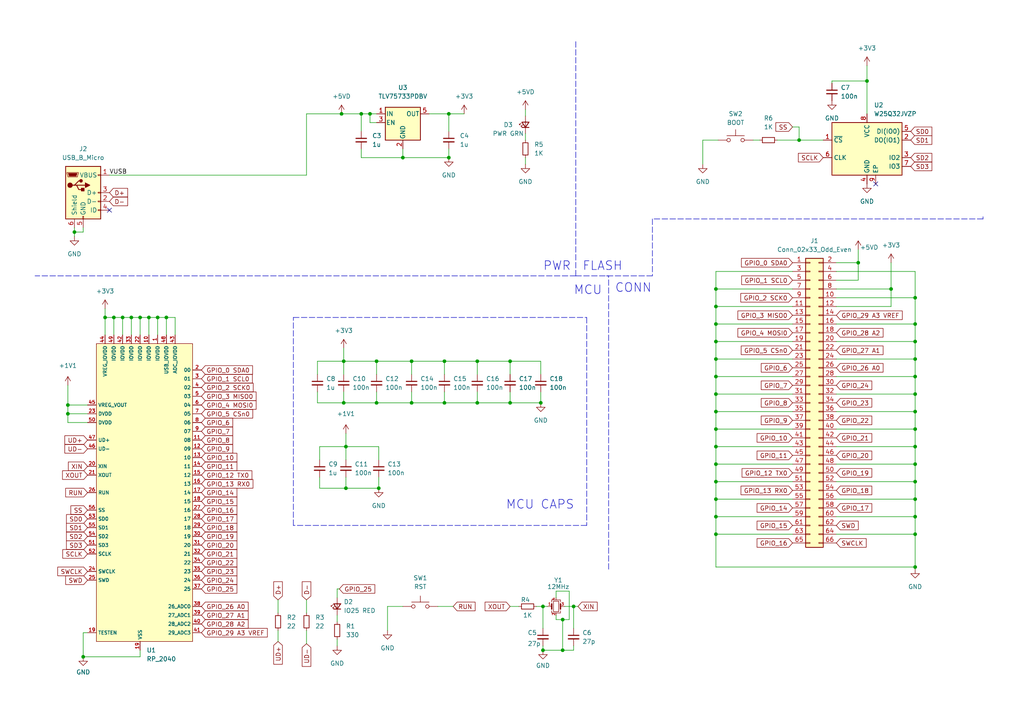
<source format=kicad_sch>
(kicad_sch (version 20211123) (generator eeschema)
  (paper "A4")
  (title_block (title "RP 2040 EXPERIENCE") (date "2022-06-24") (rev "0.1") (company "Emin Yaren"))
  (lib_symbols
    (symbol "Connector:USB_B_Micro" (pin_names (offset 1.016))
      (property "Reference" "J" (at -5.08 11.43 0))
      (property "Value" "USB_B_Micro" (at -5.08 8.89 0))
      (symbol "USB_B_Micro_1_1"
        (pin power_out line (at 7.62 5.08 180) (length 2.54) (name "VBUS") (number "1"))
        (pin bidirectional line (at 7.62 -2.54 180) (length 2.54) (name "D-") (number "2"))
        (pin bidirectional line (at 7.62 0 180) (length 2.54) (name "D+") (number "3"))
        (pin passive line (at 7.62 -5.08 180) (length 2.54) (name "ID") (number "4"))
        (pin power_out line (at 0 -10.16 90) (length 2.54) (name "GND") (number "5"))
        (pin passive line (at -2.54 -10.16 90) (length 2.54) (name "Shield") (number "6"))
      )
    )
    (symbol "Connector_Generic:Conn_02x33_Odd_Even" (pin_names (offset 1.016) hide)
      (property "Reference" "J" (at 1.27 43.18 0))
      (property "Value" "Conn_02x33_Odd_Even" (at 1.27 -43.18 0))
      (symbol "Conn_02x33_Odd_Even_1_1"
        (pin passive line (at -5.08 40.64 0) (length 3.81) (name "Pin_1") (number "1"))
        (pin passive line (at 7.62 30.48 180) (length 3.81) (name "Pin_10") (number "10"))
        (pin passive line (at -5.08 27.94 0) (length 3.81) (name "Pin_11") (number "11"))
        (pin passive line (at 7.62 27.94 180) (length 3.81) (name "Pin_12") (number "12"))
        (pin passive line (at -5.08 25.4 0) (length 3.81) (name "Pin_13") (number "13"))
        (pin passive line (at 7.62 25.4 180) (length 3.81) (name "Pin_14") (number "14"))
        (pin passive line (at -5.08 22.86 0) (length 3.81) (name "Pin_15") (number "15"))
        (pin passive line (at 7.62 22.86 180) (length 3.81) (name "Pin_16") (number "16"))
        (pin passive line (at -5.08 20.32 0) (length 3.81) (name "Pin_17") (number "17"))
        (pin passive line (at 7.62 20.32 180) (length 3.81) (name "Pin_18") (number "18"))
        (pin passive line (at -5.08 17.78 0) (length 3.81) (name "Pin_19") (number "19"))
        (pin passive line (at 7.62 40.64 180) (length 3.81) (name "Pin_2") (number "2"))
        (pin passive line (at 7.62 17.78 180) (length 3.81) (name "Pin_20") (number "20"))
        (pin passive line (at -5.08 15.24 0) (length 3.81) (name "Pin_21") (number "21"))
        (pin passive line (at 7.62 15.24 180) (length 3.81) (name "Pin_22") (number "22"))
        (pin passive line (at -5.08 12.7 0) (length 3.81) (name "Pin_23") (number "23"))
        (pin passive line (at 7.62 12.7 180) (length 3.81) (name "Pin_24") (number "24"))
        (pin passive line (at -5.08 10.16 0) (length 3.81) (name "Pin_25") (number "25"))
        (pin passive line (at 7.62 10.16 180) (length 3.81) (name "Pin_26") (number "26"))
        (pin passive line (at -5.08 7.62 0) (length 3.81) (name "Pin_27") (number "27"))
        (pin passive line (at 7.62 7.62 180) (length 3.81) (name "Pin_28") (number "28"))
        (pin passive line (at -5.08 5.08 0) (length 3.81) (name "Pin_29") (number "29"))
        (pin passive line (at -5.08 38.1 0) (length 3.81) (name "Pin_3") (number "3"))
        (pin passive line (at 7.62 5.08 180) (length 3.81) (name "Pin_30") (number "30"))
        (pin passive line (at -5.08 2.54 0) (length 3.81) (name "Pin_31") (number "31"))
        (pin passive line (at 7.62 2.54 180) (length 3.81) (name "Pin_32") (number "32"))
        (pin passive line (at -5.08 0 0) (length 3.81) (name "Pin_33") (number "33"))
        (pin passive line (at 7.62 0 180) (length 3.81) (name "Pin_34") (number "34"))
        (pin passive line (at -5.08 -2.54 0) (length 3.81) (name "Pin_35") (number "35"))
        (pin passive line (at 7.62 -2.54 180) (length 3.81) (name "Pin_36") (number "36"))
        (pin passive line (at -5.08 -5.08 0) (length 3.81) (name "Pin_37") (number "37"))
        (pin passive line (at 7.62 -5.08 180) (length 3.81) (name "Pin_38") (number "38"))
        (pin passive line (at -5.08 -7.62 0) (length 3.81) (name "Pin_39") (number "39"))
        (pin passive line (at 7.62 38.1 180) (length 3.81) (name "Pin_4") (number "4"))
        (pin passive line (at 7.62 -7.62 180) (length 3.81) (name "Pin_40") (number "40"))
        (pin passive line (at -5.08 -10.16 0) (length 3.81) (name "Pin_41") (number "41"))
        (pin passive line (at 7.62 -10.16 180) (length 3.81) (name "Pin_42") (number "42"))
        (pin passive line (at -5.08 -12.7 0) (length 3.81) (name "Pin_43") (number "43"))
        (pin passive line (at 7.62 -12.7 180) (length 3.81) (name "Pin_44") (number "44"))
        (pin passive line (at -5.08 -15.24 0) (length 3.81) (name "Pin_45") (number "45"))
        (pin passive line (at 7.62 -15.24 180) (length 3.81) (name "Pin_46") (number "46"))
        (pin passive line (at -5.08 -17.78 0) (length 3.81) (name "Pin_47") (number "47"))
        (pin passive line (at 7.62 -17.78 180) (length 3.81) (name "Pin_48") (number "48"))
        (pin passive line (at -5.08 -20.32 0) (length 3.81) (name "Pin_49") (number "49"))
        (pin passive line (at -5.08 35.56 0) (length 3.81) (name "Pin_5") (number "5"))
        (pin passive line (at 7.62 -20.32 180) (length 3.81) (name "Pin_50") (number "50"))
        (pin passive line (at -5.08 -22.86 0) (length 3.81) (name "Pin_51") (number "51"))
        (pin passive line (at 7.62 -22.86 180) (length 3.81) (name "Pin_52") (number "52"))
        (pin passive line (at -5.08 -25.4 0) (length 3.81) (name "Pin_53") (number "53"))
        (pin passive line (at 7.62 -25.4 180) (length 3.81) (name "Pin_54") (number "54"))
        (pin passive line (at -5.08 -27.94 0) (length 3.81) (name "Pin_55") (number "55"))
        (pin passive line (at 7.62 -27.94 180) (length 3.81) (name "Pin_56") (number "56"))
        (pin passive line (at -5.08 -30.48 0) (length 3.81) (name "Pin_57") (number "57"))
        (pin passive line (at 7.62 -30.48 180) (length 3.81) (name "Pin_58") (number "58"))
        (pin passive line (at -5.08 -33.02 0) (length 3.81) (name "Pin_59") (number "59"))
        (pin passive line (at 7.62 35.56 180) (length 3.81) (name "Pin_6") (number "6"))
        (pin passive line (at 7.62 -33.02 180) (length 3.81) (name "Pin_60") (number "60"))
        (pin passive line (at -5.08 -35.56 0) (length 3.81) (name "Pin_61") (number "61"))
        (pin passive line (at 7.62 -35.56 180) (length 3.81) (name "Pin_62") (number "62"))
        (pin passive line (at -5.08 -38.1 0) (length 3.81) (name "Pin_63") (number "63"))
        (pin passive line (at 7.62 -38.1 180) (length 3.81) (name "Pin_64") (number "64"))
        (pin passive line (at -5.08 -40.64 0) (length 3.81) (name "Pin_65") (number "65"))
        (pin passive line (at 7.62 -40.64 180) (length 3.81) (name "Pin_66") (number "66"))
        (pin passive line (at -5.08 33.02 0) (length 3.81) (name "Pin_7") (number "7"))
        (pin passive line (at 7.62 33.02 180) (length 3.81) (name "Pin_8") (number "8"))
        (pin passive line (at -5.08 30.48 0) (length 3.81) (name "Pin_9") (number "9"))
      )
    )
    (symbol "Device:C_Small" (pin_numbers hide) (pin_names (offset 0.254) hide)
      (property "Reference" "C" (at 0.254 1.778 0))
      (property "Value" "C_Small" (at 0.254 -2.032 0))
      (symbol "C_Small_1_1"
        (pin passive line (at 0 2.54 270) (length 2.032) (name "~") (number "1"))
        (pin passive line (at 0 -2.54 90) (length 2.032) (name "~") (number "2"))
      )
    )
    (symbol "Device:Crystal_GND24_Small" (pin_names (offset 1.016) hide)
      (property "Reference" "Y" (at 1.27 4.445 0))
      (property "Value" "Crystal_GND24_Small" (at 1.27 2.54 0))
      (symbol "Crystal_GND24_Small_1_1"
        (pin passive line (at -2.54 0 0) (length 1.27) (name "1") (number "1"))
        (pin passive line (at 0 -2.54 90) (length 0.635) (name "2") (number "2"))
        (pin passive line (at 2.54 0 180) (length 1.27) (name "3") (number "3"))
        (pin passive line (at 0 2.54 270) (length 0.635) (name "4") (number "4"))
      )
    )
    (symbol "Device:LED_Small" (pin_numbers hide) (pin_names (offset 0.254) hide)
      (property "Reference" "D" (at -1.27 3.175 0))
      (property "Value" "LED_Small" (at -4.445 -2.54 0))
      (symbol "LED_Small_1_1"
        (pin passive line (at -2.54 0 0) (length 1.778) (name "K") (number "1"))
        (pin passive line (at 2.54 0 180) (length 1.778) (name "A") (number "2"))
      )
    )
    (symbol "Device:R_Small" (pin_numbers hide) (pin_names (offset 0.254) hide)
      (property "Reference" "R" (at 0.762 0.508 0))
      (property "Value" "R_Small" (at 0.762 -1.016 0))
      (symbol "R_Small_1_1"
        (pin passive line (at 0 2.54 270) (length 0.762) (name "~") (number "1"))
        (pin passive line (at 0 -2.54 90) (length 0.762) (name "~") (number "2"))
      )
    )
    (symbol "MY_Library:RP_2040"
      (property "Reference" "U" (at 1.27 15.24 0))
      (property "Value" "RP_2040" (at 0 20.32 0))
      (symbol "RP_2040_1_1"
        (pin power_in line (at 5.08 43.18 270) (length 2.54) (name "IOVDD") (number "1"))
        (pin power_in line (at 2.54 43.18 270) (length 2.54) (name "IOVDD") (number "10"))
        (pin bidirectional line (at 17.78 12.7 180) (length 2.54) (name "08") (number "11"))
        (pin bidirectional line (at 17.78 10.16 180) (length 2.54) (name "09") (number "12"))
        (pin bidirectional line (at 17.78 7.62 180) (length 2.54) (name "10") (number "13"))
        (pin bidirectional line (at 17.78 5.08 180) (length 2.54) (name "11") (number "14"))
        (pin bidirectional line (at 17.78 2.54 180) (length 2.54) (name "12") (number "15"))
        (pin bidirectional line (at 17.78 0 180) (length 2.54) (name "13") (number "16"))
        (pin bidirectional line (at 17.78 -2.54 180) (length 2.54) (name "14") (number "17"))
        (pin bidirectional line (at 17.78 -5.08 180) (length 2.54) (name "15") (number "18"))
        (pin bidirectional line (at -15.24 -43.18 0) (length 2.54) (name "TESTEN") (number "19"))
        (pin power_in line (at 0 -48.26 90) (length 2.54) (name "VSS") (number "19"))
        (pin bidirectional line (at 17.78 33.02 180) (length 2.54) (name "00") (number "2"))
        (pin input line (at -15.24 5.08 0) (length 2.54) (name "XIN") (number "20"))
        (pin output line (at -15.24 2.54 0) (length 2.54) (name "XOUT") (number "21"))
        (pin power_in line (at 0 43.18 270) (length 2.54) (name "IOVDD") (number "22"))
        (pin power_in line (at -15.24 20.32 0) (length 2.54) (name "DVDD") (number "23"))
        (pin bidirectional line (at -15.24 -25.4 0) (length 2.54) (name "SWCLK") (number "24"))
        (pin bidirectional line (at -15.24 -27.94 0) (length 2.54) (name "SWD") (number "25"))
        (pin bidirectional line (at -15.24 -2.54 0) (length 2.54) (name "RUN") (number "26"))
        (pin bidirectional line (at 17.78 -7.62 180) (length 2.54) (name "16") (number "27"))
        (pin bidirectional line (at 17.78 -10.16 180) (length 2.54) (name "17") (number "28"))
        (pin bidirectional line (at 17.78 -12.7 180) (length 2.54) (name "18") (number "29"))
        (pin bidirectional line (at 17.78 30.48 180) (length 2.54) (name "01") (number "3"))
        (pin bidirectional line (at 17.78 -15.24 180) (length 2.54) (name "19") (number "30"))
        (pin bidirectional line (at 17.78 -17.78 180) (length 2.54) (name "20") (number "31"))
        (pin bidirectional line (at 17.78 -20.32 180) (length 2.54) (name "21") (number "32"))
        (pin power_in line (at -2.54 43.18 270) (length 2.54) (name "IOVDD") (number "33"))
        (pin bidirectional line (at 17.78 -22.86 180) (length 2.54) (name "22") (number "34"))
        (pin bidirectional line (at 17.78 -25.4 180) (length 2.54) (name "23") (number "35"))
        (pin bidirectional line (at 17.78 -27.94 180) (length 2.54) (name "24") (number "36"))
        (pin bidirectional line (at 17.78 -30.48 180) (length 2.54) (name "25") (number "37"))
        (pin bidirectional line (at 17.78 -35.56 180) (length 2.54) (name "26_ADC0") (number "38"))
        (pin bidirectional line (at 17.78 -38.1 180) (length 2.54) (name "27_ADC1") (number "39"))
        (pin bidirectional line (at 17.78 27.94 180) (length 2.54) (name "02") (number "4"))
        (pin bidirectional line (at 17.78 -40.64 180) (length 2.54) (name "28_ADC2") (number "40"))
        (pin bidirectional line (at 17.78 -43.18 180) (length 2.54) (name "29_ADC3") (number "41"))
        (pin power_in line (at -5.08 43.18 270) (length 2.54) (name "IOVDD") (number "42"))
        (pin power_in line (at 10.16 43.18 270) (length 2.54) (name "ADC_IOVDD") (number "43"))
        (pin power_in line (at -10.16 43.18 270) (length 2.54) (name "VREG_IOVDD") (number "44"))
        (pin power_out line (at -15.24 22.86 0) (length 2.54) (name "VREG_VOUT") (number "45"))
        (pin bidirectional line (at -15.24 10.16 0) (length 2.54) (name "UD-") (number "46"))
        (pin bidirectional line (at -15.24 12.7 0) (length 2.54) (name "UD+") (number "47"))
        (pin power_in line (at 7.62 43.18 270) (length 2.54) (name "USB_IOVDD") (number "48"))
        (pin power_in line (at -7.62 43.18 270) (length 2.54) (name "IOVDD") (number "49"))
        (pin bidirectional line (at 17.78 25.4 180) (length 2.54) (name "03") (number "5"))
        (pin power_in line (at -15.24 17.78 0) (length 2.54) (name "DVDD") (number "50"))
        (pin bidirectional line (at -15.24 -17.78 0) (length 2.54) (name "SD3") (number "51"))
        (pin bidirectional line (at -15.24 -20.32 0) (length 2.54) (name "SCLK") (number "52"))
        (pin bidirectional line (at -15.24 -10.16 0) (length 2.54) (name "SD0") (number "53"))
        (pin bidirectional line (at -15.24 -15.24 0) (length 2.54) (name "SD2") (number "54"))
        (pin bidirectional line (at -15.24 -12.7 0) (length 2.54) (name "SD1") (number "55"))
        (pin bidirectional line (at -15.24 -7.62 0) (length 2.54) (name "SS") (number "56"))
        (pin bidirectional line (at 17.78 22.86 180) (length 2.54) (name "04") (number "6"))
        (pin bidirectional line (at 17.78 20.32 180) (length 2.54) (name "05") (number "7"))
        (pin bidirectional line (at 17.78 17.78 180) (length 2.54) (name "06") (number "8"))
        (pin bidirectional line (at 17.78 15.24 180) (length 2.54) (name "07") (number "9"))
      )
    )
    (symbol "Memory_Flash:W25Q32JVZP"
      (property "Reference" "U" (at -8.89 8.89 0))
      (property "Value" "W25Q32JVZP" (at 7.62 8.89 0))
      (symbol "W25Q32JVZP_1_1"
        (pin input line (at -12.7 2.54 0) (length 2.54) (name "~{CS}") (number "1"))
        (pin bidirectional line (at 12.7 2.54 180) (length 2.54) (name "DO(IO1)") (number "2"))
        (pin bidirectional line (at 12.7 -2.54 180) (length 2.54) (name "IO2") (number "3"))
        (pin power_in line (at 0 -10.16 90) (length 2.54) (name "GND") (number "4"))
        (pin bidirectional line (at 12.7 5.08 180) (length 2.54) (name "DI(IO0)") (number "5"))
        (pin input line (at -12.7 -2.54 0) (length 2.54) (name "CLK") (number "6"))
        (pin bidirectional line (at 12.7 -5.08 180) (length 2.54) (name "IO3") (number "7"))
        (pin power_in line (at 0 10.16 270) (length 2.54) (name "VCC") (number "8"))
        (pin passive line (at 2.54 -10.16 90) (length 2.54) (name "EP") (number "9"))
      )
    )
    (symbol "Regulator_Linear:TLV75733PDBV" (pin_names (offset 0.254))
      (property "Reference" "U" (at -3.81 5.715 0))
      (property "Value" "TLV75733PDBV" (at 0 5.715 0))
      (symbol "TLV75733PDBV_1_1"
        (pin power_in line (at -7.62 2.54 0) (length 2.54) (name "IN") (number "1"))
        (pin power_in line (at 0 -7.62 90) (length 2.54) (name "GND") (number "2"))
        (pin input line (at -7.62 0 0) (length 2.54) (name "EN") (number "3"))
        (pin no_connect line (at 5.08 0 180) (length 2.54) hide (name "NC") (number "4"))
        (pin power_out line (at 7.62 2.54 180) (length 2.54) (name "OUT") (number "5"))
      )
    )
    (symbol "Switch:SW_Push" (pin_numbers hide) (pin_names (offset 1.016) hide)
      (property "Reference" "SW" (at 1.27 2.54 0))
      (property "Value" "SW_Push" (at 0 -1.524 0))
      (symbol "SW_Push_0_1"
        (pin passive line (at -5.08 0 0) (length 2.54) (name "1") (number "1"))
        (pin passive line (at 5.08 0 180) (length 2.54) (name "2") (number "2"))
      )
    )
    (symbol "power:+1V1" (power) (pin_names (offset 0))
      (property "Value" "+1V1" (at 0 3.556 0))
      (symbol "+1V1_1_1"
        (pin power_in line (at 0 0 90) (length 0) hide (name "+1V1") (number "1"))
      )
    )
    (symbol "power:+3V3" (power) (pin_names (offset 0))
      (property "Value" "+3V3" (at 0 3.556 0))
      (symbol "+3V3_1_1"
        (pin power_in line (at 0 0 90) (length 0) hide (name "+3V3") (number "1"))
      )
    )
    (symbol "power:+5VD" (power) (pin_names (offset 0))
      (property "Value" "+5VD" (at 0 3.556 0))
      (symbol "+5VD_1_1"
        (pin power_in line (at 0 0 90) (length 0) hide (name "+5VD") (number "1"))
      )
    )
    (symbol "power:GND" (power) (pin_names (offset 0))
      (property "Value" "GND" (at 0 -3.81 0))
      (symbol "GND_1_1"
        (pin power_in line (at 0 0 270) (length 0) hide (name "GND") (number "1"))
      )
    )
  )
  (junction (at 104.775 33.02))
  (junction (at 157.48 175.895))
  (junction (at 116.84 45.72))
  (junction (at 138.43 104.775))
  (junction (at 157.48 188.595))
  (junction (at 163.195 188.595))
  (junction (at 265.43 139.7))
  (junction (at 231.775 40.64))
  (junction (at 258.445 83.82))
  (junction (at 207.645 129.54))
  (junction (at 130.175 45.72))
  (junction (at 33.02 92.075))
  (junction (at 45.72 92.075))
  (junction (at 207.645 119.38))
  (junction (at 100.33 141.605))
  (junction (at 207.645 114.3))
  (junction (at 35.56 92.075))
  (junction (at 265.43 104.14))
  (junction (at 24.13 190.5))
  (junction (at 265.43 149.86))
  (junction (at 21.59 67.31))
  (junction (at 207.645 154.94))
  (junction (at 166.37 175.895))
  (junction (at 48.26 92.075))
  (junction (at 265.43 164.465))
  (junction (at 156.845 116.84))
  (junction (at 128.905 104.775))
  (junction (at 99.695 116.84))
  (junction (at 207.645 104.14))
  (junction (at 265.43 99.06))
  (junction (at 265.43 93.98))
  (junction (at 265.43 86.36))
  (junction (at 265.43 144.78))
  (junction (at 265.43 109.22))
  (junction (at 163.195 179.705))
  (junction (at 207.645 93.98))
  (junction (at 251.46 23.495))
  (junction (at 207.645 149.86))
  (junction (at 38.1 92.075))
  (junction (at 109.855 141.605))
  (junction (at 147.955 104.775))
  (junction (at 30.48 92.075))
  (junction (at 207.645 99.06))
  (junction (at 109.22 116.84))
  (junction (at 43.18 92.075))
  (junction (at 107.315 33.02))
  (junction (at 265.43 119.38))
  (junction (at 207.645 139.7))
  (junction (at 207.645 88.9))
  (junction (at 19.685 120.015))
  (junction (at 265.43 129.54))
  (junction (at 207.645 83.82))
  (junction (at 265.43 134.62))
  (junction (at 119.38 104.775))
  (junction (at 130.175 33.02))
  (junction (at 119.38 116.84))
  (junction (at 265.43 114.3))
  (junction (at 138.43 116.84))
  (junction (at 40.64 92.075))
  (junction (at 207.645 134.62))
  (junction (at 128.905 116.84))
  (junction (at 100.33 129.54))
  (junction (at 207.645 109.22))
  (junction (at 19.685 117.475))
  (junction (at 99.695 104.775))
  (junction (at 207.645 144.78))
  (junction (at 248.92 76.2))
  (junction (at 109.22 104.775))
  (junction (at 265.43 154.94))
  (junction (at 147.955 116.84))
  (junction (at 207.645 124.46))
  (junction (at 265.43 124.46))
  (junction (at 99.06 33.02))
  (no_connect (at 254 53.34))
  (no_connect (at 31.75 60.96))
  (wire (pts (xy 265.43 139.7) (xy 265.43 144.78)))
  (wire (pts (xy 92.71 129.54) (xy 100.33 129.54)))
  (wire (pts (xy 25.4 122.555) (xy 19.685 122.555)))
  (wire (pts (xy 251.46 19.05) (xy 251.46 23.495)))
  (wire (pts (xy 104.775 43.18) (xy 104.775 45.72)))
  (wire (pts (xy 152.4 45.72) (xy 152.4 47.625)))
  (wire (pts (xy 157.48 188.595) (xy 163.195 188.595)))
  (wire (pts (xy 207.645 99.06) (xy 229.87 99.06)))
  (wire (pts (xy 207.645 83.82) (xy 229.87 83.82)))
  (wire (pts (xy 31.75 50.8) (xy 88.9 50.8)))
  (wire (pts (xy 165.1 179.705) (xy 163.195 179.705)))
  (wire (pts (xy 229.87 109.22) (xy 207.645 109.22)))
  (wire (pts (xy 97.79 185.42) (xy 97.79 187.325)))
  (wire (pts (xy 166.37 188.595) (xy 166.37 187.325)))
  (wire (pts (xy 109.855 129.54) (xy 109.855 133.35)))
  (polyline (pts (xy 285.115 63.5) (xy 189.23 63.5)))
  (wire (pts (xy 50.8 92.075) (xy 50.8 97.155)))
  (wire (pts (xy 242.57 78.74) (xy 265.43 78.74)))
  (wire (pts (xy 152.4 31.75) (xy 152.4 33.655)))
  (wire (pts (xy 88.9 173.99) (xy 88.9 177.8)))
  (wire (pts (xy 157.48 175.895) (xy 158.75 175.895)))
  (wire (pts (xy 207.645 154.94) (xy 229.87 154.94)))
  (wire (pts (xy 207.645 99.06) (xy 207.645 104.14)))
  (wire (pts (xy 119.38 104.775) (xy 128.905 104.775)))
  (polyline (pts (xy 170.18 92.075) (xy 170.18 152.4)))
  (wire (pts (xy 138.43 113.665) (xy 138.43 116.84)))
  (wire (pts (xy 207.645 119.38) (xy 229.87 119.38)))
  (wire (pts (xy 161.29 173.355) (xy 161.29 171.45)))
  (wire (pts (xy 92.075 113.665) (xy 92.075 116.84)))
  (wire (pts (xy 35.56 92.075) (xy 38.1 92.075)))
  (wire (pts (xy 265.43 134.62) (xy 265.43 139.7)))
  (wire (pts (xy 242.57 154.94) (xy 265.43 154.94)))
  (wire (pts (xy 138.43 116.84) (xy 147.955 116.84)))
  (wire (pts (xy 229.87 78.74) (xy 207.645 78.74)))
  (wire (pts (xy 104.775 45.72) (xy 116.84 45.72)))
  (wire (pts (xy 265.43 124.46) (xy 265.43 129.54)))
  (wire (pts (xy 161.29 179.705) (xy 161.29 178.435)))
  (wire (pts (xy 127 175.895) (xy 131.445 175.895)))
  (wire (pts (xy 207.645 88.9) (xy 229.87 88.9)))
  (wire (pts (xy 207.645 164.465) (xy 265.43 164.465)))
  (wire (pts (xy 207.645 149.86) (xy 207.645 154.94)))
  (wire (pts (xy 88.9 33.02) (xy 99.06 33.02)))
  (wire (pts (xy 163.195 188.595) (xy 166.37 188.595)))
  (wire (pts (xy 207.645 119.38) (xy 207.645 124.46)))
  (polyline (pts (xy 285.115 62.865) (xy 285.115 63.5)))
  (wire (pts (xy 207.645 134.62) (xy 229.87 134.62)))
  (wire (pts (xy 248.92 76.2) (xy 242.57 76.2)))
  (wire (pts (xy 92.075 104.775) (xy 99.695 104.775)))
  (wire (pts (xy 152.4 38.735) (xy 152.4 40.64)))
  (wire (pts (xy 218.44 40.64) (xy 220.345 40.64)))
  (wire (pts (xy 166.37 175.895) (xy 166.37 182.245)))
  (wire (pts (xy 92.71 133.35) (xy 92.71 129.54)))
  (wire (pts (xy 265.43 154.94) (xy 265.43 164.465)))
  (wire (pts (xy 207.645 93.98) (xy 207.645 99.06)))
  (wire (pts (xy 207.645 88.9) (xy 207.645 93.98)))
  (wire (pts (xy 99.695 116.84) (xy 109.22 116.84)))
  (wire (pts (xy 109.22 116.84) (xy 119.38 116.84)))
  (polyline (pts (xy 189.23 63.5) (xy 189.23 80.01)))
  (wire (pts (xy 229.87 36.83) (xy 231.775 36.83)))
  (wire (pts (xy 128.905 104.775) (xy 128.905 108.585)))
  (wire (pts (xy 156.845 116.84) (xy 156.845 113.665)))
  (wire (pts (xy 207.645 129.54) (xy 207.645 134.62)))
  (wire (pts (xy 163.195 179.705) (xy 161.29 179.705)))
  (wire (pts (xy 242.57 86.36) (xy 265.43 86.36)))
  (wire (pts (xy 92.075 108.585) (xy 92.075 104.775)))
  (wire (pts (xy 166.37 175.895) (xy 167.64 175.895)))
  (wire (pts (xy 99.695 113.665) (xy 99.695 116.84)))
  (wire (pts (xy 242.57 144.78) (xy 265.43 144.78)))
  (wire (pts (xy 207.645 154.94) (xy 207.645 164.465)))
  (wire (pts (xy 208.28 40.64) (xy 203.835 40.64)))
  (wire (pts (xy 25.4 183.515) (xy 24.13 183.515)))
  (wire (pts (xy 97.79 170.815) (xy 98.425 170.815)))
  (wire (pts (xy 45.72 92.075) (xy 48.26 92.075)))
  (wire (pts (xy 109.22 104.775) (xy 119.38 104.775)))
  (wire (pts (xy 157.48 175.895) (xy 157.48 182.245)))
  (wire (pts (xy 100.33 138.43) (xy 100.33 141.605)))
  (wire (pts (xy 147.955 104.775) (xy 147.955 108.585)))
  (wire (pts (xy 231.775 36.83) (xy 231.775 40.64)))
  (wire (pts (xy 207.645 104.14) (xy 207.645 109.22)))
  (wire (pts (xy 242.57 139.7) (xy 265.43 139.7)))
  (wire (pts (xy 251.46 23.495) (xy 251.46 33.02)))
  (wire (pts (xy 43.18 92.075) (xy 45.72 92.075)))
  (wire (pts (xy 147.955 104.775) (xy 156.845 104.775)))
  (wire (pts (xy 30.48 97.155) (xy 30.48 92.075)))
  (wire (pts (xy 130.175 33.02) (xy 130.175 38.1)))
  (wire (pts (xy 92.075 116.84) (xy 99.695 116.84)))
  (wire (pts (xy 258.445 88.9) (xy 258.445 83.82)))
  (wire (pts (xy 116.84 175.895) (xy 112.395 175.895)))
  (wire (pts (xy 119.38 108.585) (xy 119.38 104.775)))
  (wire (pts (xy 130.175 45.72) (xy 130.175 43.18)))
  (wire (pts (xy 99.695 108.585) (xy 99.695 104.775)))
  (wire (pts (xy 92.71 138.43) (xy 92.71 141.605)))
  (wire (pts (xy 48.26 92.075) (xy 48.26 97.155)))
  (wire (pts (xy 242.57 99.06) (xy 265.43 99.06)))
  (wire (pts (xy 33.02 92.075) (xy 33.02 97.155)))
  (wire (pts (xy 21.59 67.31) (xy 21.59 68.58)))
  (wire (pts (xy 265.43 164.465) (xy 265.43 165.1)))
  (wire (pts (xy 107.315 35.56) (xy 107.315 33.02)))
  (wire (pts (xy 19.685 117.475) (xy 19.685 120.015)))
  (wire (pts (xy 242.57 93.98) (xy 265.43 93.98)))
  (wire (pts (xy 104.775 33.02) (xy 107.315 33.02)))
  (wire (pts (xy 128.905 113.665) (xy 128.905 116.84)))
  (wire (pts (xy 100.33 125.73) (xy 100.33 129.54)))
  (wire (pts (xy 203.835 40.64) (xy 203.835 47.625)))
  (wire (pts (xy 242.57 109.22) (xy 265.43 109.22)))
  (polyline (pts (xy 167.005 80.01) (xy 10.16 80.01)))
  (wire (pts (xy 147.955 113.665) (xy 147.955 116.84)))
  (wire (pts (xy 40.64 92.075) (xy 40.64 97.155)))
  (wire (pts (xy 225.425 40.64) (xy 231.775 40.64)))
  (wire (pts (xy 48.26 92.075) (xy 50.8 92.075)))
  (wire (pts (xy 265.43 119.38) (xy 265.43 124.46)))
  (wire (pts (xy 92.71 141.605) (xy 100.33 141.605)))
  (wire (pts (xy 138.43 104.775) (xy 147.955 104.775)))
  (wire (pts (xy 242.57 114.3) (xy 265.43 114.3)))
  (wire (pts (xy 207.645 104.14) (xy 229.87 104.14)))
  (polyline (pts (xy 189.23 80.01) (xy 167.005 80.01)))
  (wire (pts (xy 45.72 97.155) (xy 45.72 92.075)))
  (wire (pts (xy 30.48 92.075) (xy 33.02 92.075)))
  (wire (pts (xy 163.83 175.895) (xy 166.37 175.895)))
  (wire (pts (xy 100.33 141.605) (xy 109.855 141.605)))
  (wire (pts (xy 265.43 149.86) (xy 265.43 154.94)))
  (wire (pts (xy 124.46 33.02) (xy 130.175 33.02)))
  (wire (pts (xy 100.33 129.54) (xy 109.855 129.54)))
  (wire (pts (xy 99.695 100.965) (xy 99.695 104.775)))
  (wire (pts (xy 231.775 40.64) (xy 238.76 40.64)))
  (wire (pts (xy 207.645 134.62) (xy 207.645 139.7)))
  (wire (pts (xy 242.57 124.46) (xy 265.43 124.46)))
  (wire (pts (xy 242.57 149.86) (xy 265.43 149.86)))
  (wire (pts (xy 242.57 83.82) (xy 258.445 83.82)))
  (wire (pts (xy 128.905 104.775) (xy 138.43 104.775)))
  (wire (pts (xy 80.645 182.88) (xy 80.645 186.055)))
  (wire (pts (xy 265.43 109.22) (xy 265.43 114.3)))
  (wire (pts (xy 99.06 33.02) (xy 104.775 33.02)))
  (wire (pts (xy 119.38 113.665) (xy 119.38 116.84)))
  (wire (pts (xy 207.645 139.7) (xy 229.87 139.7)))
  (wire (pts (xy 119.38 116.84) (xy 128.905 116.84)))
  (wire (pts (xy 163.195 179.705) (xy 163.195 188.595)))
  (polyline (pts (xy 176.53 80.01) (xy 175.895 80.01)))
  (wire (pts (xy 165.1 171.45) (xy 165.1 179.705)))
  (wire (pts (xy 116.84 43.18) (xy 116.84 45.72)))
  (wire (pts (xy 258.445 83.82) (xy 258.445 76.2)))
  (wire (pts (xy 107.315 33.02) (xy 109.22 33.02)))
  (wire (pts (xy 248.92 81.28) (xy 248.92 76.2)))
  (wire (pts (xy 265.43 93.98) (xy 265.43 99.06)))
  (wire (pts (xy 38.1 92.075) (xy 40.64 92.075)))
  (wire (pts (xy 265.43 86.36) (xy 265.43 93.98)))
  (wire (pts (xy 241.3 23.495) (xy 251.46 23.495)))
  (wire (pts (xy 156.845 104.775) (xy 156.845 108.585)))
  (wire (pts (xy 130.175 33.02) (xy 134.62 33.02)))
  (wire (pts (xy 40.64 190.5) (xy 40.64 188.595)))
  (wire (pts (xy 265.43 99.06) (xy 265.43 104.14)))
  (wire (pts (xy 157.48 187.325) (xy 157.48 188.595)))
  (wire (pts (xy 109.22 113.665) (xy 109.22 116.84)))
  (wire (pts (xy 207.645 78.74) (xy 207.645 83.82)))
  (wire (pts (xy 242.57 129.54) (xy 265.43 129.54)))
  (wire (pts (xy 104.775 33.02) (xy 104.775 38.1)))
  (wire (pts (xy 265.43 144.78) (xy 265.43 149.86)))
  (polyline (pts (xy 176.53 165.1) (xy 176.53 80.01)))
  (wire (pts (xy 21.59 66.04) (xy 21.59 67.31)))
  (wire (pts (xy 207.645 144.78) (xy 207.645 149.86)))
  (wire (pts (xy 207.645 83.82) (xy 207.645 88.9)))
  (wire (pts (xy 207.645 139.7) (xy 207.645 144.78)))
  (wire (pts (xy 19.685 117.475) (xy 25.4 117.475)))
  (wire (pts (xy 265.43 114.3) (xy 265.43 119.38)))
  (wire (pts (xy 242.57 81.28) (xy 248.92 81.28)))
  (wire (pts (xy 24.13 66.04) (xy 24.13 67.31)))
  (wire (pts (xy 109.22 35.56) (xy 107.315 35.56)))
  (wire (pts (xy 248.92 72.39) (xy 248.92 76.2)))
  (wire (pts (xy 25.4 120.015) (xy 19.685 120.015)))
  (wire (pts (xy 138.43 108.585) (xy 138.43 104.775)))
  (wire (pts (xy 97.79 178.435) (xy 97.79 180.34)))
  (wire (pts (xy 80.645 173.99) (xy 80.645 177.8)))
  (wire (pts (xy 207.645 114.3) (xy 229.87 114.3)))
  (wire (pts (xy 155.575 175.895) (xy 157.48 175.895)))
  (wire (pts (xy 207.645 109.22) (xy 207.645 114.3)))
  (wire (pts (xy 147.955 175.895) (xy 150.495 175.895)))
  (wire (pts (xy 99.695 104.775) (xy 109.22 104.775)))
  (wire (pts (xy 207.645 149.86) (xy 229.87 149.86)))
  (wire (pts (xy 88.9 182.88) (xy 88.9 186.69)))
  (polyline (pts (xy 85.09 92.075) (xy 170.18 92.075)))
  (wire (pts (xy 265.43 78.74) (xy 265.43 86.36)))
  (wire (pts (xy 24.13 183.515) (xy 24.13 190.5)))
  (wire (pts (xy 109.855 138.43) (xy 109.855 141.605)))
  (wire (pts (xy 30.48 89.535) (xy 30.48 92.075)))
  (wire (pts (xy 100.33 133.35) (xy 100.33 129.54)))
  (wire (pts (xy 242.57 104.14) (xy 265.43 104.14)))
  (wire (pts (xy 242.57 119.38) (xy 265.43 119.38)))
  (polyline (pts (xy 170.18 152.4) (xy 85.09 152.4)))
  (wire (pts (xy 207.645 129.54) (xy 229.87 129.54)))
  (wire (pts (xy 19.685 111.76) (xy 19.685 117.475)))
  (wire (pts (xy 40.64 92.075) (xy 43.18 92.075)))
  (wire (pts (xy 242.57 134.62) (xy 265.43 134.62)))
  (wire (pts (xy 35.56 92.075) (xy 35.56 97.155)))
  (wire (pts (xy 207.645 124.46) (xy 207.645 129.54)))
  (wire (pts (xy 207.645 93.98) (xy 229.87 93.98)))
  (polyline (pts (xy 85.09 152.4) (xy 85.09 92.075)))
  (wire (pts (xy 242.57 88.9) (xy 258.445 88.9)))
  (wire (pts (xy 109.22 104.775) (xy 109.22 108.585)))
  (wire (pts (xy 88.9 33.02) (xy 88.9 50.8)))
  (polyline (pts (xy 167.005 12.065) (xy 167.005 80.01)))
  (wire (pts (xy 24.13 190.5) (xy 40.64 190.5)))
  (wire (pts (xy 147.955 116.84) (xy 156.845 116.84)))
  (wire (pts (xy 43.18 92.075) (xy 43.18 97.155)))
  (wire (pts (xy 97.79 173.355) (xy 97.79 170.815)))
  (wire (pts (xy 21.59 67.31) (xy 24.13 67.31)))
  (wire (pts (xy 207.645 144.78) (xy 229.87 144.78)))
  (wire (pts (xy 265.43 104.14) (xy 265.43 109.22)))
  (wire (pts (xy 207.645 124.46) (xy 229.87 124.46)))
  (wire (pts (xy 207.645 114.3) (xy 207.645 119.38)))
  (wire (pts (xy 161.29 171.45) (xy 165.1 171.45)))
  (wire (pts (xy 116.84 45.72) (xy 130.175 45.72)))
  (wire (pts (xy 112.395 175.895) (xy 112.395 182.88)))
  (wire (pts (xy 128.905 116.84) (xy 138.43 116.84)))
  (wire (pts (xy 241.3 24.13) (xy 241.3 23.495)))
  (wire (pts (xy 19.685 120.015) (xy 19.685 122.555)))
  (wire (pts (xy 38.1 92.075) (xy 38.1 97.155)))
  (wire (pts (xy 33.02 92.075) (xy 35.56 92.075)))
  (wire (pts (xy 265.43 129.54) (xy 265.43 134.62)))
  (text "FLASH" (at 168.91 78.74 0) (effects (font (size 2.54 2.54)) (justify left bottom)))
  (text "MCU" (at 166.37 85.725 0) (effects (font (size 2.54 2.54)) (justify left bottom)))
  (text "PWR" (at 157.48 78.74 0) (effects (font (size 2.54 2.54)) (justify left bottom)))
  (text "MCU CAPS" (at 146.685 147.955 0) (effects (font (size 2.54 2.54)) (justify left bottom)))
  (text "CONN" (at 178.334 85.09 0) (effects (font (size 2.54 2.54)) (justify left bottom)))
  (label "VUSB" (at 36.83 50.8 180))
  (global_label "GPIO_29 A3 VREF" (shape input) (at 58.42 183.515 0) (property "Sayfalar Arası Referanslar" "${INTERSHEET_REFS}" (effects hide)))
  (global_label "GPIO_2 SCK0" (shape input) (at 229.87 86.36 180) (property "Sayfalar Arası Referanslar" "${INTERSHEET_REFS}" (effects hide)))
  (global_label "GPIO_26 A0" (shape input) (at 58.42 175.895 0) (property "Sayfalar Arası Referanslar" "${INTERSHEET_REFS}" (effects hide)))
  (global_label "GPIO_3 MISO0" (shape input) (at 229.87 91.44 180) (property "Sayfalar Arası Referanslar" "${INTERSHEET_REFS}" (effects hide)))
  (global_label "SWCLK" (shape input) (at 25.4 165.735 180) (property "Sayfalar Arası Referanslar" "${INTERSHEET_REFS}" (effects hide)))
  (global_label "GPIO_21" (shape input) (at 242.57 127 0) (property "Sayfalar Arası Referanslar" "${INTERSHEET_REFS}" (effects hide)))
  (global_label "GPIO_4 MOSI0" (shape input) (at 58.42 117.475 0) (property "Sayfalar Arası Referanslar" "${INTERSHEET_REFS}" (effects hide)))
  (global_label "GPIO_1 SCL0" (shape input) (at 229.87 81.28 180) (property "Sayfalar Arası Referanslar" "${INTERSHEET_REFS}" (effects hide)))
  (global_label "GPIO_19" (shape input) (at 58.42 155.575 0) (property "Sayfalar Arası Referanslar" "${INTERSHEET_REFS}" (effects hide)))
  (global_label "UD+" (shape input) (at 25.4 127.635 180) (property "Sayfalar Arası Referanslar" "${INTERSHEET_REFS}" (effects hide)))
  (global_label "GPIO_15" (shape input) (at 58.42 145.415 0) (property "Sayfalar Arası Referanslar" "${INTERSHEET_REFS}" (effects hide)))
  (global_label "D-" (shape input) (at 31.75 58.42 0) (property "Sayfalar Arası Referanslar" "${INTERSHEET_REFS}" (effects hide)))
  (global_label "GPIO_18" (shape input) (at 58.42 153.035 0) (property "Sayfalar Arası Referanslar" "${INTERSHEET_REFS}" (effects hide)))
  (global_label "GPIO_7" (shape input) (at 58.42 125.095 0) (property "Sayfalar Arası Referanslar" "${INTERSHEET_REFS}" (effects hide)))
  (global_label "GPIO_8" (shape input) (at 229.87 116.84 180) (property "Sayfalar Arası Referanslar" "${INTERSHEET_REFS}" (effects hide)))
  (global_label "GPIO_27 A1" (shape input) (at 58.42 178.435 0) (property "Sayfalar Arası Referanslar" "${INTERSHEET_REFS}" (effects hide)))
  (global_label "GPIO_11" (shape input) (at 229.87 132.08 180) (property "Sayfalar Arası Referanslar" "${INTERSHEET_REFS}" (effects hide)))
  (global_label "GPIO_22" (shape input) (at 242.57 121.92 0) (property "Sayfalar Arası Referanslar" "${INTERSHEET_REFS}" (effects hide)))
  (global_label "SD0" (shape input) (at 264.16 38.1 0) (property "Sayfalar Arası Referanslar" "${INTERSHEET_REFS}" (effects hide)))
  (global_label "GPIO_25" (shape input) (at 98.425 170.815 0) (property "Sayfalar Arası Referanslar" "${INTERSHEET_REFS}" (effects hide)))
  (global_label "RUN" (shape input) (at 25.4 142.875 180) (property "Sayfalar Arası Referanslar" "${INTERSHEET_REFS}" (effects hide)))
  (global_label "GPIO_10" (shape input) (at 58.42 132.715 0) (property "Sayfalar Arası Referanslar" "${INTERSHEET_REFS}" (effects hide)))
  (global_label "GPIO_21" (shape input) (at 58.42 160.655 0) (property "Sayfalar Arası Referanslar" "${INTERSHEET_REFS}" (effects hide)))
  (global_label "GPIO_5 CSn0" (shape input) (at 58.42 120.015 0) (property "Sayfalar Arası Referanslar" "${INTERSHEET_REFS}" (effects hide)))
  (global_label "GPIO_3 MISO0" (shape input) (at 58.42 114.935 0) (property "Sayfalar Arası Referanslar" "${INTERSHEET_REFS}" (effects hide)))
  (global_label "GPIO_24" (shape input) (at 58.42 168.275 0) (property "Sayfalar Arası Referanslar" "${INTERSHEET_REFS}" (effects hide)))
  (global_label "GPIO_2 SCK0" (shape input) (at 58.42 112.395 0) (property "Sayfalar Arası Referanslar" "${INTERSHEET_REFS}" (effects hide)))
  (global_label "GPIO_16" (shape input) (at 58.42 147.955 0) (property "Sayfalar Arası Referanslar" "${INTERSHEET_REFS}" (effects hide)))
  (global_label "GPIO_23" (shape input) (at 242.57 116.84 0) (property "Sayfalar Arası Referanslar" "${INTERSHEET_REFS}" (effects hide)))
  (global_label "GPIO_18" (shape input) (at 242.57 142.24 0) (property "Sayfalar Arası Referanslar" "${INTERSHEET_REFS}" (effects hide)))
  (global_label "UD-" (shape input) (at 25.4 130.175 180) (property "Sayfalar Arası Referanslar" "${INTERSHEET_REFS}" (effects hide)))
  (global_label "GPIO_7" (shape input) (at 229.87 111.76 180) (property "Sayfalar Arası Referanslar" "${INTERSHEET_REFS}" (effects hide)))
  (global_label "GPIO_9" (shape input) (at 58.42 130.175 0) (property "Sayfalar Arası Referanslar" "${INTERSHEET_REFS}" (effects hide)))
  (global_label "GPIO_0 SDA0" (shape input) (at 58.42 107.315 0) (property "Sayfalar Arası Referanslar" "${INTERSHEET_REFS}" (effects hide)))
  (global_label "GPIO_28 A2" (shape input) (at 58.42 180.975 0) (property "Sayfalar Arası Referanslar" "${INTERSHEET_REFS}" (effects hide)))
  (global_label "GPIO_14" (shape input) (at 58.42 142.875 0) (property "Sayfalar Arası Referanslar" "${INTERSHEET_REFS}" (effects hide)))
  (global_label "GPIO_6" (shape input) (at 229.87 106.68 180) (property "Sayfalar Arası Referanslar" "${INTERSHEET_REFS}" (effects hide)))
  (global_label "SD2" (shape input) (at 264.16 45.72 0) (property "Sayfalar Arası Referanslar" "${INTERSHEET_REFS}" (effects hide)))
  (global_label "GPIO_26 A0" (shape input) (at 242.57 106.68 0) (property "Sayfalar Arası Referanslar" "${INTERSHEET_REFS}" (effects hide)))
  (global_label "SD1" (shape input) (at 25.4 153.035 180) (property "Sayfalar Arası Referanslar" "${INTERSHEET_REFS}" (effects hide)))
  (global_label "GPIO_9" (shape input) (at 229.87 121.92 180) (property "Sayfalar Arası Referanslar" "${INTERSHEET_REFS}" (effects hide)))
  (global_label "GPIO_1 SCL0" (shape input) (at 58.42 109.855 0) (property "Sayfalar Arası Referanslar" "${INTERSHEET_REFS}" (effects hide)))
  (global_label "D+" (shape input) (at 80.645 173.99 90) (property "Sayfalar Arası Referanslar" "${INTERSHEET_REFS}" (effects hide)))
  (global_label "GPIO_27 A1" (shape input) (at 242.57 101.6 0) (property "Sayfalar Arası Referanslar" "${INTERSHEET_REFS}" (effects hide)))
  (global_label "XIN" (shape input) (at 25.4 135.255 180) (property "Sayfalar Arası Referanslar" "${INTERSHEET_REFS}" (effects hide)))
  (global_label "GPIO_25" (shape input) (at 58.42 170.815 0) (property "Sayfalar Arası Referanslar" "${INTERSHEET_REFS}" (effects hide)))
  (global_label "GPIO_17" (shape input) (at 242.57 147.32 0) (property "Sayfalar Arası Referanslar" "${INTERSHEET_REFS}" (effects hide)))
  (global_label "SCLK" (shape input) (at 238.76 45.72 180) (property "Sayfalar Arası Referanslar" "${INTERSHEET_REFS}" (effects hide)))
  (global_label "XOUT" (shape input) (at 147.955 175.895 180) (property "Sayfalar Arası Referanslar" "${INTERSHEET_REFS}" (effects hide)))
  (global_label "SD3" (shape input) (at 264.16 48.26 0) (property "Sayfalar Arası Referanslar" "${INTERSHEET_REFS}" (effects hide)))
  (global_label "XOUT" (shape input) (at 25.4 137.795 180) (property "Sayfalar Arası Referanslar" "${INTERSHEET_REFS}" (effects hide)))
  (global_label "GPIO_19" (shape input) (at 242.57 137.16 0) (property "Sayfalar Arası Referanslar" "${INTERSHEET_REFS}" (effects hide)))
  (global_label "SS" (shape input) (at 25.4 147.955 180) (property "Sayfalar Arası Referanslar" "${INTERSHEET_REFS}" (effects hide)))
  (global_label "GPIO_13 RX0" (shape input) (at 229.87 142.24 180) (property "Sayfalar Arası Referanslar" "${INTERSHEET_REFS}" (effects hide)))
  (global_label "GPIO_16" (shape input) (at 229.87 157.48 180) (property "Sayfalar Arası Referanslar" "${INTERSHEET_REFS}" (effects hide)))
  (global_label "GPIO_14" (shape input) (at 229.87 147.32 180) (property "Sayfalar Arası Referanslar" "${INTERSHEET_REFS}" (effects hide)))
  (global_label "GPIO_28 A2" (shape input) (at 242.57 96.52 0) (property "Sayfalar Arası Referanslar" "${INTERSHEET_REFS}" (effects hide)))
  (global_label "GPIO_12 TX0" (shape input) (at 58.42 137.795 0) (property "Sayfalar Arası Referanslar" "${INTERSHEET_REFS}" (effects hide)))
  (global_label "SD3" (shape input) (at 25.4 158.115 180) (property "Sayfalar Arası Referanslar" "${INTERSHEET_REFS}" (effects hide)))
  (global_label "UD+" (shape input) (at 80.645 186.055 270) (property "Sayfalar Arası Referanslar" "${INTERSHEET_REFS}" (effects hide)))
  (global_label "D+" (shape input) (at 31.75 55.88 0) (property "Sayfalar Arası Referanslar" "${INTERSHEET_REFS}" (effects hide)))
  (global_label "GPIO_22" (shape input) (at 58.42 163.195 0) (property "Sayfalar Arası Referanslar" "${INTERSHEET_REFS}" (effects hide)))
  (global_label "GPIO_20" (shape input) (at 242.57 132.08 0) (property "Sayfalar Arası Referanslar" "${INTERSHEET_REFS}" (effects hide)))
  (global_label "GPIO_6" (shape input) (at 58.42 122.555 0) (property "Sayfalar Arası Referanslar" "${INTERSHEET_REFS}" (effects hide)))
  (global_label "SD2" (shape input) (at 25.4 155.575 180) (property "Sayfalar Arası Referanslar" "${INTERSHEET_REFS}" (effects hide)))
  (global_label "XIN" (shape input) (at 167.64 175.895 0) (property "Sayfalar Arası Referanslar" "${INTERSHEET_REFS}" (effects hide)))
  (global_label "GPIO_12 TX0" (shape input) (at 229.87 137.16 180) (property "Sayfalar Arası Referanslar" "${INTERSHEET_REFS}" (effects hide)))
  (global_label "GPIO_11" (shape input) (at 58.42 135.255 0) (property "Sayfalar Arası Referanslar" "${INTERSHEET_REFS}" (effects hide)))
  (global_label "GPIO_15" (shape input) (at 229.87 152.4 180) (property "Sayfalar Arası Referanslar" "${INTERSHEET_REFS}" (effects hide)))
  (global_label "GPIO_8" (shape input) (at 58.42 127.635 0) (property "Sayfalar Arası Referanslar" "${INTERSHEET_REFS}" (effects hide)))
  (global_label "GPIO_10" (shape input) (at 229.87 127 180) (property "Sayfalar Arası Referanslar" "${INTERSHEET_REFS}" (effects hide)))
  (global_label "SWCLK" (shape input) (at 242.57 157.48 0) (property "Sayfalar Arası Referanslar" "${INTERSHEET_REFS}" (effects hide)))
  (global_label "GPIO_4 MOSI0" (shape input) (at 229.87 96.52 180) (property "Sayfalar Arası Referanslar" "${INTERSHEET_REFS}" (effects hide)))
  (global_label "SD0" (shape input) (at 25.4 150.495 180) (property "Sayfalar Arası Referanslar" "${INTERSHEET_REFS}" (effects hide)))
  (global_label "GPIO_17" (shape input) (at 58.42 150.495 0) (property "Sayfalar Arası Referanslar" "${INTERSHEET_REFS}" (effects hide)))
  (global_label "RUN" (shape input) (at 131.445 175.895 0) (property "Sayfalar Arası Referanslar" "${INTERSHEET_REFS}" (effects hide)))
  (global_label "SCLK" (shape input) (at 25.4 160.655 180) (property "Sayfalar Arası Referanslar" "${INTERSHEET_REFS}" (effects hide)))
  (global_label "GPIO_13 RX0" (shape input) (at 58.42 140.335 0) (property "Sayfalar Arası Referanslar" "${INTERSHEET_REFS}" (effects hide)))
  (global_label "GPIO_29 A3 VREF" (shape input) (at 242.57 91.44 0) (property "Sayfalar Arası Referanslar" "${INTERSHEET_REFS}" (effects hide)))
  (global_label "GPIO_24" (shape input) (at 242.57 111.76 0) (property "Sayfalar Arası Referanslar" "${INTERSHEET_REFS}" (effects hide)))
  (global_label "SWD" (shape input) (at 25.4 168.275 180) (property "Sayfalar Arası Referanslar" "${INTERSHEET_REFS}" (effects hide)))
  (global_label "SWD" (shape input) (at 242.57 152.4 0) (property "Sayfalar Arası Referanslar" "${INTERSHEET_REFS}" (effects hide)))
  (global_label "GPIO_23" (shape input) (at 58.42 165.735 0) (property "Sayfalar Arası Referanslar" "${INTERSHEET_REFS}" (effects hide)))
  (global_label "D-" (shape input) (at 88.9 173.99 90) (property "Sayfalar Arası Referanslar" "${INTERSHEET_REFS}" (effects hide)))
  (global_label "SS" (shape input) (at 229.87 36.83 180) (property "Sayfalar Arası Referanslar" "${INTERSHEET_REFS}" (effects hide)))
  (global_label "SD1" (shape input) (at 264.16 40.64 0) (property "Sayfalar Arası Referanslar" "${INTERSHEET_REFS}" (effects hide)))
  (global_label "UD-" (shape input) (at 88.9 186.69 270) (property "Sayfalar Arası Referanslar" "${INTERSHEET_REFS}" (effects hide)))
  (global_label "GPIO_20" (shape input) (at 58.42 158.115 0) (property "Sayfalar Arası Referanslar" "${INTERSHEET_REFS}" (effects hide)))
  (global_label "GPIO_0 SDA0" (shape input) (at 229.87 76.2 180) (property "Sayfalar Arası Referanslar" "${INTERSHEET_REFS}" (effects hide)))
  (global_label "GPIO_5 CSn0" (shape input) (at 229.87 101.6 180) (property "Sayfalar Arası Referanslar" "${INTERSHEET_REFS}" (effects hide)))
  (symbol (lib_id "Device:LED_Small") (at 97.79 175.895 90) (unit 1)
    (property "Reference" "D2" (at 99.695 174.5614 90) (effects (justify right)))
    (property "Value" "IO25 RED" (at 99.695 177.1014 90) (effects (justify right)))
    (property "Footprint" "LED_SMD:LED_0201_0603Metric" (effects hide))
  )
  (symbol (lib_id "power:GND") (at 112.395 182.88 0) (unit 1)
    (property "Reference" "#PWR0129" (effects hide))
    (property "Value" "GND" (at 112.395 187.96 0))
  )
  (symbol (lib_id "Device:R_Small") (at 153.035 175.895 90) (unit 1)
    (property "Reference" "R4" (at 152.4 173.99 90))
    (property "Value" "1K" (at 153.035 178.435 90))
    (property "Footprint" "Resistor_SMD:R_0402_1005Metric" (effects hide))
  )
  (symbol (lib_id "Device:C_Small") (at 138.43 111.125 0) (unit 1)
    (property "Reference" "C16" (at 140.97 109.8612 0) (effects (justify left)))
    (property "Value" "100n" (at 140.97 112.4012 0) (effects (justify left)))
    (property "Footprint" "Capacitor_SMD:C_0402_1005Metric" (effects hide))
  )
  (symbol (lib_id "Device:C_Small") (at 109.855 135.89 0) (unit 1)
    (property "Reference" "C13" (at 112.395 134.6262 0) (effects (justify left)))
    (property "Value" "100n" (at 112.395 137.1662 0) (effects (justify left)))
    (property "Footprint" "Capacitor_SMD:C_0402_1005Metric" (effects hide))
  )
  (symbol (lib_id "power:+3V3") (at 30.48 89.535 0) (unit 1)
    (property "Reference" "#PWR0110" (effects hide))
    (property "Value" "+3V3" (at 30.48 84.455 0))
  )
  (symbol (lib_id "Device:C_Small") (at 99.695 111.125 0) (unit 1)
    (property "Reference" "C10" (at 102.235 109.8612 0) (effects (justify left)))
    (property "Value" "100n" (at 102.235 112.4012 0) (effects (justify left)))
    (property "Footprint" "Capacitor_SMD:C_0402_1005Metric" (effects hide))
  )
  (symbol (lib_id "MY_Library:RP_2040") (at 40.64 140.335 0) (unit 1)
    (property "Reference" "U1" (at 42.5109 188.595 0) (effects (justify left)))
    (property "Value" "RP_2040" (at 42.5109 191.135 0) (effects (justify left)))
    (property "Footprint" "MY_LIBRARY:RP_2040" (effects hide))
    (property "Datasheet" "https://datasheets.raspberrypi.com/rp2040/rp2040-datasheet.pdf" (effects hide))
  )
  (symbol (lib_id "Memory_Flash:W25Q32JVZP") (at 251.46 43.18 0) (unit 1)
    (property "Reference" "U2" (at 253.4794 30.48 0) (effects (justify left)))
    (property "Value" "W25Q32JVZP" (at 253.4794 33.02 0) (effects (justify left)))
    (property "Footprint" "Package_SON:WSON-8-1EP_6x5mm_P1.27mm_EP3.4x4.3mm" (effects hide))
    (property "Datasheet" "http://www.winbond.com/resource-files/w25q32jv%20revg%2003272018%20plus.pdf" (effects hide))
  )
  (symbol (lib_id "Device:R_Small") (at 80.645 180.34 0) (unit 1)
    (property "Reference" "R2" (at 83.185 179.0699 0) (effects (justify left)))
    (property "Value" "22" (at 83.185 181.6099 0) (effects (justify left)))
    (property "Footprint" "Resistor_SMD:R_0402_1005Metric" (effects hide))
  )
  (symbol (lib_id "power:GND") (at 152.4 47.625 0) (unit 1)
    (property "Reference" "#PWR0118" (effects hide))
    (property "Value" "GND" (at 152.4 52.705 0))
  )
  (symbol (lib_id "Device:C_Small") (at 104.775 40.64 0) (unit 1)
    (property "Reference" "C3" (at 107.95 39.3762 0) (effects (justify left)))
    (property "Value" "1u" (at 107.95 41.9162 0) (effects (justify left)))
    (property "Footprint" "Capacitor_Tantalum_SMD:CP_EIA-1608-08_AVX-J" (effects hide))
  )
  (symbol (lib_id "power:GND") (at 21.59 68.58 0) (unit 1)
    (property "Reference" "#PWR0111" (effects hide))
    (property "Value" "GND" (at 21.59 73.66 0))
  )
  (symbol (lib_id "Regulator_Linear:TLV75733PDBV") (at 116.84 35.56 0) (unit 1)
    (property "Reference" "U3" (at 116.84 25.4 0))
    (property "Value" "TLV75733PDBV" (at 116.84 27.94 0))
    (property "Footprint" "Package_TO_SOT_SMD:SOT-23-5" (effects hide))
    (property "Datasheet" "https://www.ti.com/lit/ds/symlink/tlv757p.pdf" (effects hide))
  )
  (symbol (lib_id "Device:R_Small") (at 97.79 182.88 0) (unit 1)
    (property "Reference" "R1" (at 100.33 181.6099 0) (effects (justify left)))
    (property "Value" "330" (at 100.33 184.1499 0) (effects (justify left)))
    (property "Footprint" "Resistor_SMD:R_0402_1005Metric" (effects hide))
  )
  (symbol (lib_id "Device:C_Small") (at 147.955 111.125 0) (unit 1)
    (property "Reference" "C17" (at 150.495 109.8612 0) (effects (justify left)))
    (property "Value" "100n" (at 150.495 112.4012 0) (effects (justify left)))
    (property "Footprint" "Capacitor_SMD:C_0402_1005Metric" (effects hide))
  )
  (symbol (lib_id "Device:C_Small") (at 156.845 111.125 0) (unit 1)
    (property "Reference" "C18" (at 159.385 109.8612 0) (effects (justify left)))
    (property "Value" "100n" (at 159.385 112.4012 0) (effects (justify left)))
    (property "Footprint" "Capacitor_SMD:C_0402_1005Metric" (effects hide))
  )
  (symbol (lib_id "power:+1V1") (at 100.33 125.73 0) (unit 1)
    (property "Reference" "#PWR0132" (effects hide))
    (property "Value" "+1V1" (at 100.33 120.015 0))
  )
  (symbol (lib_id "Device:LED_Small") (at 152.4 36.195 90) (unit 1)
    (property "Reference" "D3" (at 146.05 36.195 90) (effects (justify right)))
    (property "Value" "PWR GRN" (at 142.875 38.735 90) (effects (justify right)))
    (property "Footprint" "LED_SMD:LED_0201_0603Metric" (effects hide))
  )
  (symbol (lib_id "power:GND") (at 265.43 165.1 0) (unit 1)
    (property "Reference" "#PWR0119" (effects hide))
    (property "Value" "GND" (at 265.43 170.18 0))
  )
  (symbol (lib_id "power:GND") (at 24.13 190.5 0) (unit 1)
    (property "Reference" "#PWR0106" (effects hide))
    (property "Value" "GND" (at 24.13 194.945 0))
  )
  (symbol (lib_id "power:GND") (at 157.48 188.595 0) (unit 1)
    (property "Reference" "#PWR0112" (effects hide))
    (property "Value" "GND" (at 157.48 193.04 0))
  )
  (symbol (lib_id "power:GND") (at 156.845 116.84 0) (unit 1)
    (property "Reference" "#PWR0131" (effects hide))
    (property "Value" "GND" (at 156.845 121.92 0))
  )
  (symbol (lib_id "power:+3V3") (at 258.445 76.2 0) (mirror y) (unit 1)
    (property "Reference" "#PWR0121" (effects hide))
    (property "Value" "+3V3" (at 258.445 71.12 0))
  )
  (symbol (lib_id "Device:C_Small") (at 130.175 40.64 0) (unit 1)
    (property "Reference" "C4" (at 133.35 39.3762 0) (effects (justify left)))
    (property "Value" "1u" (at 133.35 41.9162 0) (effects (justify left)))
    (property "Footprint" "Capacitor_Tantalum_SMD:CP_EIA-1608-08_AVX-J" (effects hide))
  )
  (symbol (lib_id "Device:C_Small") (at 128.905 111.125 0) (unit 1)
    (property "Reference" "C15" (at 131.445 109.8612 0) (effects (justify left)))
    (property "Value" "100n" (at 131.445 112.4012 0) (effects (justify left)))
    (property "Footprint" "Capacitor_SMD:C_0402_1005Metric" (effects hide))
  )
  (symbol (lib_id "Device:C_Small") (at 241.3 26.67 0) (unit 1)
    (property "Reference" "C7" (at 243.84 25.4062 0) (effects (justify left)))
    (property "Value" "100n" (at 243.84 27.9462 0) (effects (justify left)))
    (property "Footprint" "Capacitor_SMD:C_0402_1005Metric" (effects hide))
  )
  (symbol (lib_id "Device:C_Small") (at 119.38 111.125 0) (unit 1)
    (property "Reference" "C14" (at 121.92 109.8612 0) (effects (justify left)))
    (property "Value" "100n" (at 121.92 112.4012 0) (effects (justify left)))
    (property "Footprint" "Capacitor_SMD:C_0402_1005Metric" (effects hide))
  )
  (symbol (lib_id "Device:R_Small") (at 152.4 43.18 0) (unit 1)
    (property "Reference" "R5" (at 154.94 41.9099 0) (effects (justify left)))
    (property "Value" "1K" (at 154.94 44.4499 0) (effects (justify left)))
    (property "Footprint" "Resistor_SMD:R_0402_1005Metric" (effects hide))
  )
  (symbol (lib_id "Device:C_Small") (at 92.71 135.89 0) (unit 1)
    (property "Reference" "C9" (at 95.25 134.6262 0) (effects (justify left)))
    (property "Value" "1u" (at 95.25 137.1662 0) (effects (justify left)))
    (property "Footprint" "Capacitor_SMD:C_0603_1608Metric" (effects hide))
  )
  (symbol (lib_id "Device:C_Small") (at 100.33 135.89 0) (unit 1)
    (property "Reference" "C11" (at 102.87 134.6262 0) (effects (justify left)))
    (property "Value" "100n" (at 102.87 137.1662 0) (effects (justify left)))
    (property "Footprint" "Capacitor_SMD:C_0402_1005Metric" (effects hide))
  )
  (symbol (lib_id "Switch:SW_Push") (at 213.36 40.64 0) (unit 1)
    (property "Reference" "SW2" (at 213.36 33.02 0))
    (property "Value" "BOOT" (at 213.36 35.56 0))
    (property "Footprint" "Button_Switch_SMD:SW_Push_SPST_NO_Alps_SKRK" (effects hide))
  )
  (symbol (lib_id "power:GND") (at 97.79 187.325 0) (unit 1)
    (property "Reference" "#PWR0128" (effects hide))
    (property "Value" "GND" (at 97.79 192.405 0))
  )
  (symbol (lib_id "Device:C_Small") (at 109.22 111.125 0) (unit 1)
    (property "Reference" "C12" (at 111.76 109.8612 0) (effects (justify left)))
    (property "Value" "100n" (at 111.76 112.4012 0) (effects (justify left)))
    (property "Footprint" "Capacitor_SMD:C_0402_1005Metric" (effects hide))
  )
  (symbol (lib_id "Device:C_Small") (at 166.37 184.785 0) (unit 1)
    (property "Reference" "C6" (at 168.91 183.5212 0) (effects (justify left)))
    (property "Value" "27p" (at 168.91 186.0612 0) (effects (justify left)))
    (property "Footprint" "Capacitor_SMD:C_0402_1005Metric" (effects hide))
  )
  (symbol (lib_id "power:+1V1") (at 19.685 111.76 0) (unit 1)
    (property "Reference" "#PWR0107" (effects hide))
    (property "Value" "+1V1" (at 19.685 106.045 0))
  )
  (symbol (lib_id "Switch:SW_Push") (at 121.92 175.895 0) (unit 1)
    (property "Reference" "SW1" (at 121.92 167.64 0))
    (property "Value" "RST" (at 121.92 170.18 0))
    (property "Footprint" "Button_Switch_SMD:SW_Push_SPST_NO_Alps_SKRK" (effects hide))
  )
  (symbol (lib_id "power:+5VD") (at 99.06 33.02 0) (unit 1)
    (property "Reference" "#PWR0105" (effects hide))
    (property "Value" "+5VD" (at 99.06 27.94 0))
  )
  (symbol (lib_id "Device:R_Small") (at 222.885 40.64 90) (unit 1)
    (property "Reference" "R6" (at 222.885 34.29 90))
    (property "Value" "1K" (at 222.885 36.83 90))
    (property "Footprint" "Resistor_SMD:R_0402_1005Metric" (effects hide))
  )
  (symbol (lib_id "Device:R_Small") (at 88.9 180.34 0) (unit 1)
    (property "Reference" "R3" (at 91.44 179.0699 0) (effects (justify left)))
    (property "Value" "22" (at 91.44 181.6099 0) (effects (justify left)))
    (property "Footprint" "Resistor_SMD:R_0402_1005Metric" (effects hide))
  )
  (symbol (lib_id "Connector_Generic:Conn_02x33_Odd_Even") (at 234.95 116.84 0) (unit 1)
    (property "Reference" "J1" (at 236.22 69.85 0))
    (property "Value" "Conn_02x33_Odd_Even" (at 236.22 72.39 0))
    (property "Footprint" "Connector_PinHeader_2.54mm:PinHeader_2x33_P2.54mm_Horizontal" (effects hide))
  )
  (symbol (lib_id "power:+3V3") (at 134.62 33.02 0) (unit 1)
    (property "Reference" "#PWR0104" (effects hide))
    (property "Value" "+3V3" (at 134.62 27.94 0))
  )
  (symbol (lib_id "power:GND") (at 251.46 53.34 0) (unit 1)
    (property "Reference" "#PWR0116" (effects hide))
    (property "Value" "GND" (at 251.46 58.42 0))
  )
  (symbol (lib_id "Connector:USB_B_Micro") (at 24.13 55.88 0) (unit 1)
    (property "Reference" "J2" (at 24.13 43.18 0))
    (property "Value" "USB_B_Micro" (at 24.13 45.72 0))
    (property "Footprint" "Connector_USB:USB_Micro-B_Molex_47346-0001" (effects hide))
  )
  (symbol (lib_id "power:+3V3") (at 251.46 19.05 0) (unit 1)
    (property "Reference" "#PWR0114" (effects hide))
    (property "Value" "+3V3" (at 251.46 13.97 0))
  )
  (symbol (lib_id "power:GND") (at 130.175 45.72 0) (unit 1)
    (property "Reference" "#PWR0103" (effects hide))
    (property "Value" "GND" (at 130.175 50.8 0))
  )
  (symbol (lib_id "power:GND") (at 241.3 29.21 0) (unit 1)
    (property "Reference" "#PWR0113" (effects hide))
    (property "Value" "GND" (at 241.3 34.29 0))
  )
  (symbol (lib_id "power:GND") (at 203.835 47.625 0) (unit 1)
    (property "Reference" "#PWR0115" (effects hide))
    (property "Value" "GND" (at 203.835 52.705 0))
  )
  (symbol (lib_id "power:+3V3") (at 99.695 100.965 0) (unit 1)
    (property "Reference" "#PWR0130" (effects hide))
    (property "Value" "+3V3" (at 99.695 95.885 0))
  )
  (symbol (lib_id "Device:C_Small") (at 92.075 111.125 0) (unit 1)
    (property "Reference" "C8" (at 94.615 109.8612 0) (effects (justify left)))
    (property "Value" "1u" (at 94.615 112.4012 0) (effects (justify left)))
    (property "Footprint" "Capacitor_SMD:C_0603_1608Metric" (effects hide))
  )
  (symbol (lib_id "power:+5VD") (at 248.92 72.39 0) (mirror y) (unit 1)
    (property "Reference" "#PWR0122" (effects hide))
    (property "Value" "+5VD" (at 252.095 71.755 0))
  )
  (symbol (lib_id "power:+5VD") (at 152.4 31.75 0) (unit 1)
    (property "Reference" "#PWR0117" (effects hide))
    (property "Value" "+5VD" (at 152.4 26.67 0))
  )
  (symbol (lib_id "power:GND") (at 109.855 141.605 0) (unit 1)
    (property "Reference" "#PWR0133" (effects hide))
    (property "Value" "GND" (at 109.855 146.685 0))
  )
  (symbol (lib_id "Device:Crystal_GND24_Small") (at 161.29 175.895 0) (unit 1)
    (property "Reference" "Y1" (at 161.925 168.275 0))
    (property "Value" "12MHz" (at 161.925 170.18 0))
    (property "Footprint" "Crystal:Crystal_SMD_3225-4Pin_3.2x2.5mm" (effects hide))
  )
  (symbol (lib_id "Device:C_Small") (at 157.48 184.785 0) (unit 1)
    (property "Reference" "C5" (at 153.035 183.515 0) (effects (justify left)))
    (property "Value" "27p" (at 153.035 186.69 0) (effects (justify left)))
    (property "Footprint" "Capacitor_SMD:C_0402_1005Metric" (effects hide))
  )
)
</source>
